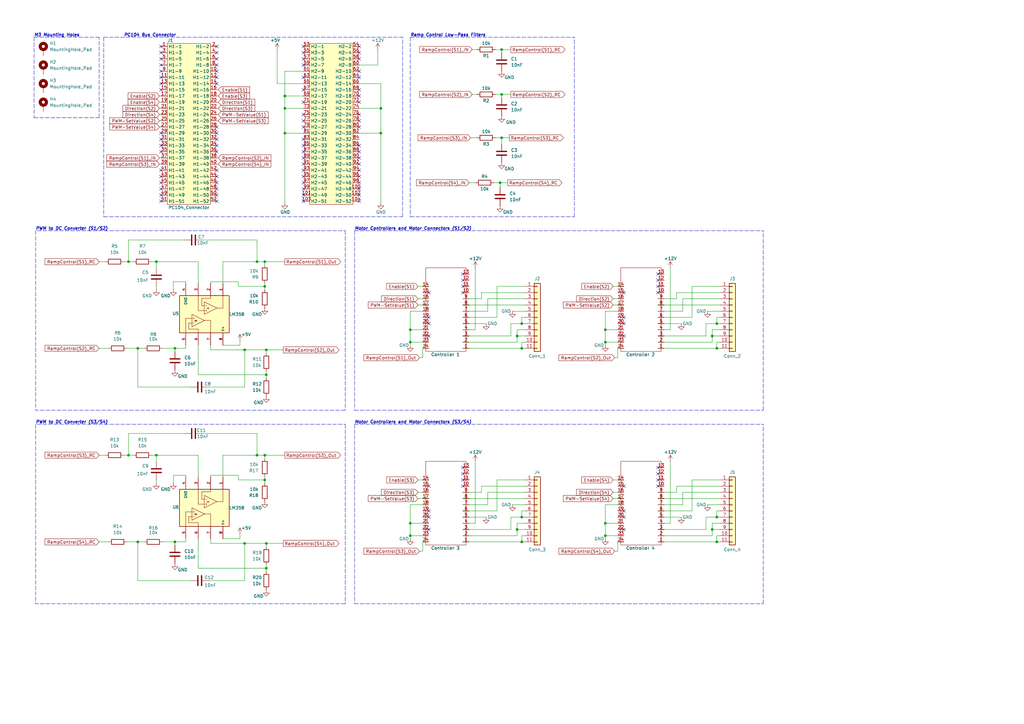
<source format=kicad_sch>
(kicad_sch (version 20211123) (generator eeschema)
  (paper "A3")
  (junction (at 213.995 222.25))
  (junction (at 294.005 132.715))
  (junction (at 105.41 186.69))
  (junction (at 109.22 222.885))
  (junction (at 292.1 137.795))
  (junction (at 52.705 186.69))
  (junction (at 71.755 222.25))
  (junction (at 248.285 140.335))
  (junction (at 108.585 186.69))
  (junction (at 109.22 153.67))
  (junction (at 212.09 217.17))
  (junction (at 56.515 222.25))
  (junction (at 248.285 214.63))
  (junction (at 108.585 107.315))
  (junction (at 205.105 74.93))
  (junction (at 64.135 186.69))
  (junction (at 292.1 217.17))
  (junction (at 156.21 54.61))
  (junction (at 205.74 56.515))
  (junction (at 213.995 132.715))
  (junction (at 116.84 39.37))
  (junction (at 168.275 214.63))
  (junction (at 248.285 135.255))
  (junction (at 100.33 222.885))
  (junction (at 168.275 219.71))
  (junction (at 213.995 212.09))
  (junction (at 109.22 233.045))
  (junction (at 213.995 142.875))
  (junction (at 116.84 54.61))
  (junction (at 52.705 107.315))
  (junction (at 294.005 222.25))
  (junction (at 294.005 142.875))
  (junction (at 168.275 140.335))
  (junction (at 109.22 143.51))
  (junction (at 294.005 212.09))
  (junction (at 168.275 135.255))
  (junction (at 108.585 196.85))
  (junction (at 100.33 143.51))
  (junction (at 56.515 142.875))
  (junction (at 105.41 107.315))
  (junction (at 64.135 107.315))
  (junction (at 156.21 44.45))
  (junction (at 108.585 117.475))
  (junction (at 212.09 137.795))
  (junction (at 248.285 219.71))
  (junction (at 71.755 142.875))
  (junction (at 205.74 20.32))
  (junction (at 116.84 44.45))
  (junction (at 205.74 38.735))
  (no_connect (at 66.04 54.61))
  (no_connect (at 175.895 130.175))
  (no_connect (at 175.895 199.39))
  (no_connect (at 255.905 130.175))
  (no_connect (at 147.32 49.53))
  (no_connect (at 66.04 36.83))
  (no_connect (at 175.895 212.09))
  (no_connect (at 88.9 34.29))
  (no_connect (at 66.04 59.69))
  (no_connect (at 255.905 217.17))
  (no_connect (at 66.04 29.21))
  (no_connect (at 66.04 19.05))
  (no_connect (at 66.04 21.59))
  (no_connect (at 66.04 24.13))
  (no_connect (at 66.04 26.67))
  (no_connect (at 66.04 69.85))
  (no_connect (at 66.04 72.39))
  (no_connect (at 66.04 74.93))
  (no_connect (at 66.04 77.47))
  (no_connect (at 66.04 80.01))
  (no_connect (at 66.04 82.55))
  (no_connect (at 88.9 82.55))
  (no_connect (at 88.9 80.01))
  (no_connect (at 88.9 77.47))
  (no_connect (at 88.9 74.93))
  (no_connect (at 88.9 72.39))
  (no_connect (at 88.9 69.85))
  (no_connect (at 88.9 57.15))
  (no_connect (at 88.9 19.05))
  (no_connect (at 88.9 21.59))
  (no_connect (at 88.9 24.13))
  (no_connect (at 88.9 26.67))
  (no_connect (at 124.46 31.75))
  (no_connect (at 124.46 19.05))
  (no_connect (at 124.46 21.59))
  (no_connect (at 124.46 24.13))
  (no_connect (at 124.46 26.67))
  (no_connect (at 124.46 36.83))
  (no_connect (at 124.46 49.53))
  (no_connect (at 124.46 57.15))
  (no_connect (at 124.46 59.69))
  (no_connect (at 124.46 62.23))
  (no_connect (at 124.46 64.77))
  (no_connect (at 124.46 67.31))
  (no_connect (at 124.46 69.85))
  (no_connect (at 124.46 72.39))
  (no_connect (at 124.46 74.93))
  (no_connect (at 124.46 77.47))
  (no_connect (at 124.46 80.01))
  (no_connect (at 124.46 82.55))
  (no_connect (at 147.32 82.55))
  (no_connect (at 147.32 80.01))
  (no_connect (at 147.32 77.47))
  (no_connect (at 147.32 74.93))
  (no_connect (at 147.32 72.39))
  (no_connect (at 147.32 69.85))
  (no_connect (at 147.32 67.31))
  (no_connect (at 147.32 64.77))
  (no_connect (at 147.32 62.23))
  (no_connect (at 147.32 59.69))
  (no_connect (at 147.32 52.07))
  (no_connect (at 66.04 31.75))
  (no_connect (at 175.895 132.715))
  (no_connect (at 189.865 196.85))
  (no_connect (at 175.895 209.55))
  (no_connect (at 175.895 120.015))
  (no_connect (at 269.875 196.85))
  (no_connect (at 175.895 137.795))
  (no_connect (at 175.895 217.17))
  (no_connect (at 189.865 191.77))
  (no_connect (at 255.905 209.55))
  (no_connect (at 66.04 57.15))
  (no_connect (at 189.865 120.015))
  (no_connect (at 189.865 112.395))
  (no_connect (at 189.865 117.475))
  (no_connect (at 255.905 137.795))
  (no_connect (at 88.9 54.61))
  (no_connect (at 255.905 120.015))
  (no_connect (at 88.9 31.75))
  (no_connect (at 124.46 52.07))
  (no_connect (at 189.865 199.39))
  (no_connect (at 88.9 52.07))
  (no_connect (at 88.9 62.23))
  (no_connect (at 269.875 194.31))
  (no_connect (at 124.46 41.91))
  (no_connect (at 124.46 46.99))
  (no_connect (at 269.875 120.015))
  (no_connect (at 88.9 59.69))
  (no_connect (at 255.905 199.39))
  (no_connect (at 88.9 29.21))
  (no_connect (at 269.875 191.77))
  (no_connect (at 269.875 199.39))
  (no_connect (at 269.875 117.475))
  (no_connect (at 269.875 114.935))
  (no_connect (at 66.04 34.29))
  (no_connect (at 255.905 132.715))
  (no_connect (at 189.865 114.935))
  (no_connect (at 66.04 62.23))
  (no_connect (at 269.875 112.395))
  (no_connect (at 189.865 194.31))
  (no_connect (at 255.905 212.09))
  (no_connect (at 147.32 29.21))
  (no_connect (at 147.32 19.05))
  (no_connect (at 147.32 21.59))
  (no_connect (at 147.32 24.13))
  (no_connect (at 147.32 46.99))
  (no_connect (at 147.32 41.91))
  (no_connect (at 147.32 39.37))
  (no_connect (at 147.32 36.83))
  (no_connect (at 147.32 31.75))
  (wire (pts (xy 215.265 207.01) (xy 210.185 207.01)))
  (wire (pts (xy 65.405 67.31) (xy 66.04 67.31)))
  (wire (pts (xy 280.035 127.635) (xy 269.875 127.635)))
  (wire (pts (xy 203.835 130.175) (xy 189.865 130.175)))
  (wire (pts (xy 248.285 207.01) (xy 248.285 214.63)))
  (wire (pts (xy 109.22 233.045) (xy 109.22 234.315)))
  (wire (pts (xy 212.09 140.335) (xy 212.09 137.795)))
  (wire (pts (xy 280.035 201.93) (xy 280.035 207.01)))
  (wire (pts (xy 64.135 118.745) (xy 64.135 117.475)))
  (wire (pts (xy 89.535 41.91) (xy 88.9 41.91)))
  (wire (pts (xy 213.995 130.175) (xy 213.995 132.715)))
  (wire (pts (xy 292.1 217.17) (xy 295.275 217.17)))
  (wire (pts (xy 98.425 139.7) (xy 98.425 141.605)))
  (wire (pts (xy 64.135 107.315) (xy 64.135 109.855)))
  (wire (pts (xy 213.995 140.335) (xy 213.995 142.875)))
  (wire (pts (xy 52.07 142.875) (xy 56.515 142.875)))
  (wire (pts (xy 295.275 207.01) (xy 290.195 207.01)))
  (wire (pts (xy 205.74 56.515) (xy 205.74 59.055)))
  (wire (pts (xy 175.895 214.63) (xy 168.275 214.63)))
  (wire (pts (xy 171.45 125.095) (xy 175.895 125.095)))
  (wire (pts (xy 197.485 201.93) (xy 189.865 201.93)))
  (wire (pts (xy 81.28 220.98) (xy 81.28 233.045)))
  (wire (pts (xy 200.025 122.555) (xy 200.025 127.635)))
  (wire (pts (xy 212.09 217.17) (xy 212.09 214.63)))
  (wire (pts (xy 295.275 204.47) (xy 269.875 204.47)))
  (wire (pts (xy 248.285 135.255) (xy 248.285 140.335)))
  (wire (pts (xy 215.265 140.335) (xy 213.995 140.335)))
  (wire (pts (xy 292.1 214.63) (xy 295.275 214.63)))
  (wire (pts (xy 171.45 117.475) (xy 175.895 117.475)))
  (wire (pts (xy 215.265 130.175) (xy 213.995 130.175)))
  (wire (pts (xy 294.005 212.09) (xy 289.56 212.09)))
  (wire (pts (xy 91.44 141.605) (xy 98.425 141.605)))
  (wire (pts (xy 205.74 56.515) (xy 208.915 56.515)))
  (polyline (pts (xy 42.545 15.24) (xy 42.545 88.9)))
  (wire (pts (xy 294.005 212.09) (xy 295.275 212.09)))
  (polyline (pts (xy 141.605 247.65) (xy 14.605 247.65)))
  (wire (pts (xy 124.46 34.29) (xy 113.665 34.29)))
  (wire (pts (xy 213.995 219.71) (xy 213.995 222.25)))
  (polyline (pts (xy 168.275 88.9) (xy 235.585 88.9)))
  (polyline (pts (xy 145.415 168.275) (xy 313.055 168.275)))
  (wire (pts (xy 83.185 177.8) (xy 105.41 177.8)))
  (wire (pts (xy 279.4 212.09) (xy 269.875 212.09)))
  (wire (pts (xy 168.275 214.63) (xy 168.275 219.71)))
  (wire (pts (xy 203.835 209.55) (xy 189.865 209.55)))
  (wire (pts (xy 85.725 238.125) (xy 100.33 238.125)))
  (wire (pts (xy 173.355 146.685) (xy 173.355 142.875)))
  (wire (pts (xy 65.405 46.99) (xy 66.04 46.99)))
  (wire (pts (xy 213.995 209.55) (xy 213.995 212.09)))
  (wire (pts (xy 280.035 122.555) (xy 280.035 127.635)))
  (wire (pts (xy 66.675 142.875) (xy 71.755 142.875)))
  (wire (pts (xy 108.585 117.475) (xy 97.79 117.475)))
  (wire (pts (xy 194.945 135.255) (xy 189.865 135.255)))
  (wire (pts (xy 71.755 142.875) (xy 76.2 142.875)))
  (wire (pts (xy 283.845 196.85) (xy 283.845 209.55)))
  (wire (pts (xy 205.74 38.735) (xy 209.55 38.735)))
  (wire (pts (xy 215.265 201.93) (xy 200.025 201.93)))
  (wire (pts (xy 97.79 196.85) (xy 97.79 194.945)))
  (wire (pts (xy 212.09 137.795) (xy 215.265 137.795)))
  (wire (pts (xy 212.09 217.17) (xy 215.265 217.17)))
  (wire (pts (xy 212.09 219.71) (xy 212.09 217.17)))
  (wire (pts (xy 65.405 44.45) (xy 66.04 44.45)))
  (wire (pts (xy 171.45 201.93) (xy 175.895 201.93)))
  (wire (pts (xy 292.1 137.795) (xy 292.1 135.255)))
  (wire (pts (xy 251.46 201.93) (xy 255.905 201.93)))
  (wire (pts (xy 91.44 186.69) (xy 91.44 195.58)))
  (wire (pts (xy 294.005 209.55) (xy 294.005 212.09)))
  (wire (pts (xy 283.845 130.175) (xy 269.875 130.175)))
  (wire (pts (xy 147.32 54.61) (xy 156.21 54.61)))
  (wire (pts (xy 292.1 217.17) (xy 292.1 214.63)))
  (wire (pts (xy 76.2 141.605) (xy 76.2 142.875)))
  (wire (pts (xy 252.095 226.06) (xy 253.365 226.06)))
  (wire (pts (xy 199.39 132.715) (xy 189.865 132.715)))
  (wire (pts (xy 252.095 146.685) (xy 253.365 146.685)))
  (wire (pts (xy 213.995 132.715) (xy 215.265 132.715)))
  (wire (pts (xy 56.515 222.25) (xy 59.055 222.25)))
  (wire (pts (xy 173.355 142.875) (xy 175.895 142.875)))
  (wire (pts (xy 56.515 238.125) (xy 78.105 238.125)))
  (wire (pts (xy 71.12 194.945) (xy 76.2 194.945)))
  (wire (pts (xy 279.4 132.715) (xy 269.875 132.715)))
  (wire (pts (xy 269.875 142.875) (xy 294.005 142.875)))
  (wire (pts (xy 81.28 233.045) (xy 109.22 233.045)))
  (wire (pts (xy 97.79 117.475) (xy 97.79 115.57)))
  (wire (pts (xy 40.64 107.315) (xy 43.18 107.315)))
  (wire (pts (xy 189.865 217.17) (xy 209.55 217.17)))
  (wire (pts (xy 251.46 204.47) (xy 255.905 204.47)))
  (wire (pts (xy 294.005 132.715) (xy 289.56 132.715)))
  (wire (pts (xy 193.04 56.515) (xy 195.58 56.515)))
  (wire (pts (xy 205.74 20.32) (xy 209.55 20.32)))
  (wire (pts (xy 108.585 107.315) (xy 108.585 108.585)))
  (polyline (pts (xy 14.605 94.615) (xy 14.605 168.275)))
  (wire (pts (xy 205.105 74.93) (xy 208.28 74.93)))
  (wire (pts (xy 76.2 220.98) (xy 76.2 222.25)))
  (wire (pts (xy 194.945 189.23) (xy 194.945 214.63)))
  (wire (pts (xy 56.515 142.875) (xy 56.515 158.75)))
  (polyline (pts (xy 15.24 94.615) (xy 141.605 94.615)))
  (wire (pts (xy 100.33 143.51) (xy 109.22 143.51)))
  (wire (pts (xy 248.285 219.71) (xy 255.905 219.71)))
  (wire (pts (xy 215.265 219.71) (xy 213.995 219.71)))
  (wire (pts (xy 295.275 196.85) (xy 283.845 196.85)))
  (wire (pts (xy 277.495 120.015) (xy 277.495 122.555)))
  (wire (pts (xy 215.265 125.095) (xy 189.865 125.095)))
  (wire (pts (xy 52.705 186.69) (xy 54.61 186.69)))
  (wire (pts (xy 86.36 222.885) (xy 100.33 222.885)))
  (wire (pts (xy 295.275 199.39) (xy 277.495 199.39)))
  (wire (pts (xy 269.875 137.795) (xy 289.56 137.795)))
  (wire (pts (xy 197.485 122.555) (xy 189.865 122.555)))
  (polyline (pts (xy 13.97 15.24) (xy 13.97 48.26)))
  (wire (pts (xy 100.33 222.885) (xy 109.22 222.885)))
  (wire (pts (xy 113.665 34.29) (xy 113.665 20.32)))
  (wire (pts (xy 193.675 38.735) (xy 195.58 38.735)))
  (wire (pts (xy 109.22 222.885) (xy 116.205 222.885)))
  (wire (pts (xy 292.1 137.795) (xy 295.275 137.795)))
  (wire (pts (xy 109.22 152.4) (xy 109.22 153.67)))
  (wire (pts (xy 116.84 39.37) (xy 116.84 29.21)))
  (wire (pts (xy 56.515 222.25) (xy 56.515 238.125)))
  (wire (pts (xy 248.285 127.635) (xy 255.905 127.635)))
  (wire (pts (xy 215.265 199.39) (xy 197.485 199.39)))
  (wire (pts (xy 64.135 186.69) (xy 81.28 186.69)))
  (wire (pts (xy 292.1 140.335) (xy 292.1 137.795)))
  (wire (pts (xy 52.705 107.315) (xy 54.61 107.315)))
  (wire (pts (xy 116.84 44.45) (xy 116.84 39.37)))
  (wire (pts (xy 294.005 222.25) (xy 295.275 222.25)))
  (wire (pts (xy 277.495 122.555) (xy 269.875 122.555)))
  (wire (pts (xy 294.005 219.71) (xy 294.005 222.25)))
  (wire (pts (xy 65.405 41.91) (xy 66.04 41.91)))
  (wire (pts (xy 76.2 195.58) (xy 76.2 194.945)))
  (polyline (pts (xy 42.545 88.9) (xy 165.1 88.9)))
  (wire (pts (xy 251.46 196.85) (xy 255.905 196.85)))
  (polyline (pts (xy 235.585 88.9) (xy 235.585 15.24)))
  (wire (pts (xy 295.275 209.55) (xy 294.005 209.55)))
  (wire (pts (xy 215.265 204.47) (xy 189.865 204.47)))
  (wire (pts (xy 194.945 109.855) (xy 194.945 135.255)))
  (wire (pts (xy 194.945 214.63) (xy 189.865 214.63)))
  (polyline (pts (xy 40.64 48.26) (xy 40.64 15.24)))
  (wire (pts (xy 168.275 219.71) (xy 175.895 219.71)))
  (wire (pts (xy 289.56 132.715) (xy 289.56 137.795)))
  (wire (pts (xy 248.285 140.335) (xy 255.905 140.335)))
  (wire (pts (xy 86.36 116.205) (xy 86.36 115.57)))
  (wire (pts (xy 213.995 132.715) (xy 209.55 132.715)))
  (wire (pts (xy 199.39 212.09) (xy 189.865 212.09)))
  (wire (pts (xy 40.64 186.69) (xy 43.18 186.69)))
  (wire (pts (xy 171.45 122.555) (xy 175.895 122.555)))
  (wire (pts (xy 215.265 122.555) (xy 200.025 122.555)))
  (polyline (pts (xy 15.24 173.99) (xy 141.605 173.99)))
  (wire (pts (xy 255.905 135.255) (xy 248.285 135.255)))
  (wire (pts (xy 294.005 132.715) (xy 295.275 132.715)))
  (polyline (pts (xy 145.415 94.615) (xy 145.415 168.275)))
  (wire (pts (xy 81.28 153.67) (xy 109.22 153.67)))
  (wire (pts (xy 294.005 140.335) (xy 294.005 142.875)))
  (wire (pts (xy 105.41 107.315) (xy 108.585 107.315)))
  (wire (pts (xy 215.265 117.475) (xy 203.835 117.475)))
  (wire (pts (xy 64.135 107.315) (xy 81.28 107.315)))
  (wire (pts (xy 147.32 26.67) (xy 154.94 26.67)))
  (wire (pts (xy 274.955 109.855) (xy 274.955 135.255)))
  (wire (pts (xy 269.875 219.71) (xy 292.1 219.71)))
  (wire (pts (xy 71.12 115.57) (xy 76.2 115.57)))
  (wire (pts (xy 108.585 186.69) (xy 108.585 187.96)))
  (polyline (pts (xy 168.275 15.24) (xy 235.585 15.24)))
  (wire (pts (xy 175.895 135.255) (xy 168.275 135.255)))
  (wire (pts (xy 86.36 143.51) (xy 100.33 143.51)))
  (wire (pts (xy 205.74 38.735) (xy 205.74 40.005)))
  (wire (pts (xy 215.265 196.85) (xy 203.835 196.85)))
  (wire (pts (xy 65.405 39.37) (xy 66.04 39.37)))
  (wire (pts (xy 253.365 146.685) (xy 253.365 142.875)))
  (wire (pts (xy 56.515 142.875) (xy 59.055 142.875)))
  (wire (pts (xy 91.44 107.315) (xy 105.41 107.315)))
  (wire (pts (xy 156.21 44.45) (xy 156.21 34.29)))
  (wire (pts (xy 108.585 196.85) (xy 97.79 196.85)))
  (wire (pts (xy 289.56 212.09) (xy 289.56 217.17)))
  (wire (pts (xy 277.495 201.93) (xy 269.875 201.93)))
  (polyline (pts (xy 141.605 94.615) (xy 141.605 168.275)))
  (wire (pts (xy 172.085 226.06) (xy 173.355 226.06)))
  (wire (pts (xy 253.365 142.875) (xy 255.905 142.875)))
  (wire (pts (xy 108.585 117.475) (xy 108.585 118.745)))
  (wire (pts (xy 255.905 214.63) (xy 248.285 214.63)))
  (wire (pts (xy 203.2 20.32) (xy 205.74 20.32)))
  (wire (pts (xy 215.265 120.015) (xy 197.485 120.015)))
  (wire (pts (xy 203.2 38.735) (xy 205.74 38.735)))
  (wire (pts (xy 52.07 222.25) (xy 56.515 222.25)))
  (wire (pts (xy 248.285 214.63) (xy 248.285 219.71)))
  (wire (pts (xy 109.22 231.775) (xy 109.22 233.045)))
  (wire (pts (xy 294.005 130.175) (xy 294.005 132.715)))
  (wire (pts (xy 197.485 199.39) (xy 197.485 201.93)))
  (wire (pts (xy 248.285 127.635) (xy 248.285 135.255)))
  (wire (pts (xy 56.515 158.75) (xy 78.105 158.75)))
  (wire (pts (xy 292.1 135.255) (xy 295.275 135.255)))
  (wire (pts (xy 295.275 117.475) (xy 283.845 117.475)))
  (wire (pts (xy 89.535 67.31) (xy 88.9 67.31)))
  (wire (pts (xy 294.005 142.875) (xy 295.275 142.875)))
  (wire (pts (xy 189.865 140.335) (xy 212.09 140.335)))
  (wire (pts (xy 71.755 222.25) (xy 71.755 223.52)))
  (wire (pts (xy 251.46 125.095) (xy 255.905 125.095)))
  (wire (pts (xy 168.275 127.635) (xy 168.275 135.255)))
  (wire (pts (xy 147.32 44.45) (xy 156.21 44.45)))
  (polyline (pts (xy 141.605 173.99) (xy 141.605 247.65)))
  (wire (pts (xy 193.675 20.32) (xy 195.58 20.32)))
  (wire (pts (xy 108.585 196.85) (xy 108.585 198.12)))
  (wire (pts (xy 189.865 222.25) (xy 213.995 222.25)))
  (wire (pts (xy 292.1 219.71) (xy 292.1 217.17)))
  (polyline (pts (xy 14.605 173.99) (xy 14.605 247.65)))
  (wire (pts (xy 295.275 120.015) (xy 277.495 120.015)))
  (wire (pts (xy 156.21 54.61) (xy 156.21 44.45)))
  (wire (pts (xy 97.79 115.57) (xy 86.36 115.57)))
  (wire (pts (xy 200.025 207.01) (xy 189.865 207.01)))
  (wire (pts (xy 209.55 132.715) (xy 209.55 137.795)))
  (wire (pts (xy 209.55 212.09) (xy 209.55 217.17)))
  (wire (pts (xy 251.46 117.475) (xy 255.905 117.475)))
  (wire (pts (xy 91.44 220.98) (xy 98.425 220.98)))
  (wire (pts (xy 71.755 142.875) (xy 71.755 144.145)))
  (wire (pts (xy 100.33 158.75) (xy 100.33 143.51)))
  (wire (pts (xy 76.2 116.205) (xy 76.2 115.57)))
  (wire (pts (xy 269.875 222.25) (xy 294.005 222.25)))
  (wire (pts (xy 168.275 135.255) (xy 168.275 140.335)))
  (wire (pts (xy 83.185 98.425) (xy 105.41 98.425)))
  (wire (pts (xy 116.84 29.21) (xy 124.46 29.21)))
  (wire (pts (xy 251.46 122.555) (xy 255.905 122.555)))
  (polyline (pts (xy 145.415 94.615) (xy 313.055 94.615)))
  (wire (pts (xy 65.405 52.07) (xy 66.04 52.07)))
  (wire (pts (xy 62.23 107.315) (xy 64.135 107.315)))
  (wire (pts (xy 213.995 212.09) (xy 209.55 212.09)))
  (polyline (pts (xy 145.415 173.99) (xy 145.415 247.65)))
  (wire (pts (xy 81.28 107.315) (xy 81.28 116.205)))
  (wire (pts (xy 295.275 130.175) (xy 294.005 130.175)))
  (polyline (pts (xy 13.97 48.26) (xy 40.64 48.26)))
  (wire (pts (xy 203.2 56.515) (xy 205.74 56.515)))
  (wire (pts (xy 85.725 158.75) (xy 100.33 158.75)))
  (wire (pts (xy 274.955 135.255) (xy 269.875 135.255)))
  (wire (pts (xy 71.755 222.25) (xy 76.2 222.25)))
  (wire (pts (xy 212.09 137.795) (xy 212.09 135.255)))
  (polyline (pts (xy 141.605 168.275) (xy 14.605 168.275)))
  (polyline (pts (xy 168.275 15.24) (xy 168.275 88.9)))
  (wire (pts (xy 100.33 238.125) (xy 100.33 222.885)))
  (wire (pts (xy 109.22 153.67) (xy 109.22 154.94)))
  (polyline (pts (xy 313.055 247.65) (xy 313.055 173.99)))
  (wire (pts (xy 205.105 74.93) (xy 205.105 76.835)))
  (wire (pts (xy 215.265 209.55) (xy 213.995 209.55)))
  (wire (pts (xy 116.84 44.45) (xy 124.46 44.45)))
  (wire (pts (xy 89.535 46.99) (xy 88.9 46.99)))
  (wire (pts (xy 109.22 143.51) (xy 116.205 143.51)))
  (wire (pts (xy 65.405 49.53) (xy 66.04 49.53)))
  (wire (pts (xy 75.565 98.425) (xy 52.705 98.425)))
  (wire (pts (xy 91.44 107.315) (xy 91.44 116.205)))
  (wire (pts (xy 154.94 26.67) (xy 154.94 20.32)))
  (wire (pts (xy 168.275 127.635) (xy 175.895 127.635)))
  (wire (pts (xy 253.365 222.25) (xy 255.905 222.25)))
  (polyline (pts (xy 313.055 168.275) (xy 313.055 94.615)))
  (wire (pts (xy 168.275 207.01) (xy 175.895 207.01)))
  (wire (pts (xy 108.585 186.69) (xy 116.84 186.69)))
  (wire (pts (xy 116.84 54.61) (xy 124.46 54.61)))
  (wire (pts (xy 205.74 20.32) (xy 205.74 21.59)))
  (polyline (pts (xy 145.415 247.65) (xy 313.055 247.65)))
  (wire (pts (xy 116.84 54.61) (xy 116.84 44.45)))
  (wire (pts (xy 171.45 196.85) (xy 175.895 196.85)))
  (wire (pts (xy 280.035 207.01) (xy 269.875 207.01)))
  (wire (pts (xy 213.995 222.25) (xy 215.265 222.25)))
  (wire (pts (xy 105.41 98.425) (xy 105.41 107.315)))
  (wire (pts (xy 65.405 64.77) (xy 66.04 64.77)))
  (wire (pts (xy 71.12 115.57) (xy 71.12 118.745)))
  (wire (pts (xy 89.535 49.53) (xy 88.9 49.53)))
  (wire (pts (xy 253.365 226.06) (xy 253.365 222.25)))
  (wire (pts (xy 248.285 207.01) (xy 255.905 207.01)))
  (wire (pts (xy 98.425 219.075) (xy 98.425 220.98)))
  (wire (pts (xy 91.44 186.69) (xy 105.41 186.69)))
  (wire (pts (xy 189.865 219.71) (xy 212.09 219.71)))
  (wire (pts (xy 64.135 186.69) (xy 64.135 189.23)))
  (wire (pts (xy 71.12 194.945) (xy 71.12 198.12)))
  (wire (pts (xy 64.135 198.12) (xy 64.135 196.85)))
  (wire (pts (xy 81.28 186.69) (xy 81.28 195.58)))
  (wire (pts (xy 274.955 214.63) (xy 269.875 214.63)))
  (wire (pts (xy 86.36 141.605) (xy 86.36 143.51)))
  (wire (pts (xy 168.275 140.335) (xy 175.895 140.335)))
  (wire (pts (xy 215.265 127.635) (xy 210.185 127.635)))
  (wire (pts (xy 81.28 141.605) (xy 81.28 153.67)))
  (wire (pts (xy 116.84 83.185) (xy 116.84 54.61)))
  (polyline (pts (xy 145.415 173.99) (xy 313.055 173.99)))
  (wire (pts (xy 171.45 204.47) (xy 175.895 204.47)))
  (wire (pts (xy 86.36 220.98) (xy 86.36 222.885)))
  (wire (pts (xy 200.025 201.93) (xy 200.025 207.01)))
  (wire (pts (xy 197.485 120.015) (xy 197.485 122.555)))
  (wire (pts (xy 212.09 214.63) (xy 215.265 214.63)))
  (wire (pts (xy 173.355 222.25) (xy 175.895 222.25)))
  (wire (pts (xy 203.835 196.85) (xy 203.835 209.55)))
  (wire (pts (xy 89.535 44.45) (xy 88.9 44.45)))
  (wire (pts (xy 200.025 127.635) (xy 189.865 127.635)))
  (wire (pts (xy 105.41 186.69) (xy 108.585 186.69)))
  (wire (pts (xy 173.355 226.06) (xy 173.355 222.25)))
  (wire (pts (xy 75.565 177.8) (xy 52.705 177.8)))
  (wire (pts (xy 192.405 74.93) (xy 194.945 74.93)))
  (wire (pts (xy 295.275 122.555) (xy 280.035 122.555)))
  (wire (pts (xy 248.285 219.71) (xy 248.285 220.98)))
  (wire (pts (xy 62.23 186.69) (xy 64.135 186.69)))
  (wire (pts (xy 156.21 34.29) (xy 147.32 34.29)))
  (wire (pts (xy 189.865 142.875) (xy 213.995 142.875)))
  (wire (pts (xy 108.585 195.58) (xy 108.585 196.85)))
  (wire (pts (xy 156.21 83.185) (xy 156.21 54.61)))
  (wire (pts (xy 40.64 222.25) (xy 44.45 222.25)))
  (wire (pts (xy 168.275 140.335) (xy 168.275 141.605)))
  (wire (pts (xy 86.36 195.58) (xy 86.36 194.945)))
  (wire (pts (xy 248.285 140.335) (xy 248.285 141.605)))
  (wire (pts (xy 97.79 194.945) (xy 86.36 194.945)))
  (wire (pts (xy 295.275 140.335) (xy 294.005 140.335)))
  (wire (pts (xy 52.705 98.425) (xy 52.705 107.315)))
  (wire (pts (xy 295.275 127.635) (xy 290.195 127.635)))
  (wire (pts (xy 212.09 135.255) (xy 215.265 135.255)))
  (wire (pts (xy 189.865 137.795) (xy 209.55 137.795)))
  (wire (pts (xy 66.675 222.25) (xy 71.755 222.25)))
  (wire (pts (xy 213.995 212.09) (xy 215.265 212.09)))
  (wire (pts (xy 295.275 125.095) (xy 269.875 125.095)))
  (wire (pts (xy 277.495 199.39) (xy 277.495 201.93)))
  (polyline (pts (xy 42.545 15.24) (xy 165.1 15.24)))
  (polyline (pts (xy 165.1 88.9) (xy 165.1 15.24)))
  (wire (pts (xy 213.995 142.875) (xy 215.265 142.875)))
  (wire (pts (xy 105.41 177.8) (xy 105.41 186.69)))
  (wire (pts (xy 168.275 207.01) (xy 168.275 214.63)))
  (wire (pts (xy 274.955 189.23) (xy 274.955 214.63)))
  (wire (pts (xy 109.22 143.51) (xy 109.22 144.78)))
  (wire (pts (xy 40.64 142.875) (xy 44.45 142.875)))
  (wire (pts (xy 269.875 140.335) (xy 292.1 140.335)))
  (polyline (pts (xy 13.97 15.24) (xy 40.64 15.24)))
  (wire (pts (xy 89.535 39.37) (xy 88.9 39.37)))
  (wire (pts (xy 109.22 222.885) (xy 109.22 224.155)))
  (wire (pts (xy 108.585 116.205) (xy 108.585 117.475)))
  (wire (pts (xy 52.705 177.8) (xy 52.705 186.69)))
  (wire (pts (xy 283.845 117.475) (xy 283.845 130.175)))
  (wire (pts (xy 202.565 74.93) (xy 205.105 74.93)))
  (wire (pts (xy 295.275 219.71) (xy 294.005 219.71)))
  (wire (pts (xy 203.835 117.475) (xy 203.835 130.175)))
  (wire (pts (xy 89.535 64.77) (xy 88.9 64.77)))
  (wire (pts (xy 108.585 107.315) (xy 116.84 107.315)))
  (wire (pts (xy 89.535 36.83) (xy 88.9 36.83)))
  (wire (pts (xy 116.84 39.37) (xy 124.46 39.37)))
  (wire (pts (xy 168.275 219.71) (xy 168.275 220.98)))
  (wire (pts (xy 269.875 217.17) (xy 289.56 217.17)))
  (wire (pts (xy 50.8 107.315) (xy 52.705 107.315)))
  (wire (pts (xy 295.275 201.93) (xy 280.035 201.93)))
  (wire (pts (xy 50.8 186.69) (xy 52.705 186.69)))
  (wire (pts (xy 172.085 146.685) (xy 173.355 146.685)))
  (wire (pts (xy 283.845 209.55) (xy 269.875 209.55)))
  (text "Motor Controllers and Motor Connectors (S3/S4)\n" (at 145.415 173.99 0) (effects (font (size 1.27 1.27) (thickness 0.254) bold italic) (justify left bottom)))
  (text "M3 Mounting Holes\n" (at 13.97 15.24 0) (effects (font (size 1.27 1.27) (thickness 0.254) bold italic) (justify left bottom)))
  (text "PWM to DC Converter (S3/S4)" (at 14.605 173.99 0) (effects (font (size 1.27 1.27) (thickness 0.254) bold italic) (justify left bottom)))
  (text "Motor Controllers and Motor Connectors (S1/S2)\n" (at 145.415 94.615 0) (effects (font (size 1.27 1.27) (thickness 0.254) bold italic) (justify left bottom)))
  (text "PC104 Bus Connector" (at 50.8 15.24 0) (effects (font (size 1.27 1.27) (thickness 0.254) bold italic) (justify left bottom)))
  (text "Ramp Control Low-Pass Filters" (at 168.275 15.24 0) (effects (font (size 1.27 1.27) (thickness 0.254) bold italic) (justify left bottom)))
  (text "PWM to DC Converter (S1/S2)" (at 14.605 94.615 0) (effects (font (size 1.27 1.27) (thickness 0.254) bold italic) (justify left bottom)))
  (global_label "Direction(S1)" (shape input) (at 171.45 122.555 180) (property "Intersheet References" "${INTERSHEET_REFS}" (effects hide)))
  (global_label "Direction(S2)" (shape input) (at 251.46 122.555 180) (property "Intersheet References" "${INTERSHEET_REFS}" (effects hide)))
  (global_label "Enable(S4)" (shape input) (at 251.46 196.85 180) (property "Intersheet References" "${INTERSHEET_REFS}" (effects hide)))
  (global_label "RampControl(S4)_Out" (shape input) (at 252.095 226.06 180) (property "Intersheet References" "${INTERSHEET_REFS}" (effects hide)))
  (global_label "RampControl(S1)_IN" (shape input) (at 193.675 20.32 180) (property "Intersheet References" "${INTERSHEET_REFS}" (effects hide)))
  (global_label "PWM-SetValue(S1)" (shape input) (at 89.535 46.99 0) (property "Intersheet References" "${INTERSHEET_REFS}" (effects hide)))
  (global_label "Enable(S1)" (shape input) (at 89.535 36.83 0) (property "Intersheet References" "${INTERSHEET_REFS}" (effects hide)))
  (global_label "RampControl(S4)_RC" (shape input) (at 40.64 222.25 180) (property "Intersheet References" "${INTERSHEET_REFS}" (effects hide)))
  (global_label "RampControl(S1)_IN" (shape input) (at 65.405 64.77 180) (property "Intersheet References" "${INTERSHEET_REFS}" (effects hide)))
  (global_label "PWM-SetValue(S4)" (shape input) (at 251.46 204.47 180) (property "Intersheet References" "${INTERSHEET_REFS}" (effects hide)))
  (global_label "Direction(S1)" (shape input) (at 89.535 41.91 0) (property "Intersheet References" "${INTERSHEET_REFS}" (effects hide)))
  (global_label "RampControl(S4)_IN" (shape input) (at 89.535 67.31 0) (property "Intersheet References" "${INTERSHEET_REFS}" (effects hide)))
  (global_label "Enable(S2)" (shape input) (at 251.46 117.475 180) (property "Intersheet References" "${INTERSHEET_REFS}" (effects hide)))
  (global_label "RampControl(S3)_RC" (shape output) (at 208.915 56.515 0) (property "Intersheet References" "${INTERSHEET_REFS}" (effects hide)))
  (global_label "RampControl(S2)_Out" (shape output) (at 116.205 143.51 0) (property "Intersheet References" "${INTERSHEET_REFS}" (effects hide)))
  (global_label "RampControl(S2)_Out" (shape input) (at 252.095 146.685 180) (property "Intersheet References" "${INTERSHEET_REFS}" (effects hide)))
  (global_label "Direction(S4)" (shape input) (at 251.46 201.93 180) (property "Intersheet References" "${INTERSHEET_REFS}" (effects hide)))
  (global_label "RampControl(S4)_Out" (shape output) (at 116.205 222.885 0) (property "Intersheet References" "${INTERSHEET_REFS}" (effects hide)))
  (global_label "Enable(S3)" (shape input) (at 171.45 196.85 180) (property "Intersheet References" "${INTERSHEET_REFS}" (effects hide)))
  (global_label "RampControl(S4)_IN" (shape input) (at 192.405 74.93 180) (property "Intersheet References" "${INTERSHEET_REFS}" (effects hide)))
  (global_label "PWM-SetValue(S4)" (shape input) (at 65.405 52.07 180) (property "Intersheet References" "${INTERSHEET_REFS}" (effects hide)))
  (global_label "RampControl(S2)_IN" (shape input) (at 193.675 38.735 180) (property "Intersheet References" "${INTERSHEET_REFS}" (effects hide)))
  (global_label "Enable(S4)" (shape input) (at 65.405 41.91 180) (property "Intersheet References" "${INTERSHEET_REFS}" (effects hide)))
  (global_label "RampControl(S1)_Out" (shape output) (at 116.84 107.315 0) (property "Intersheet References" "${INTERSHEET_REFS}" (effects hide)))
  (global_label "PWM-SetValue(S2)" (shape input) (at 251.46 125.095 180) (property "Intersheet References" "${INTERSHEET_REFS}" (effects hide)))
  (global_label "PWM-SetValue(S1)" (shape input) (at 171.45 125.095 180) (property "Intersheet References" "${INTERSHEET_REFS}" (effects hide)))
  (global_label "Direction(S3)" (shape input) (at 171.45 201.93 180) (property "Intersheet References" "${INTERSHEET_REFS}" (effects hide)))
  (global_label "RampControl(S3)_Out" (shape input) (at 172.085 226.06 180) (property "Intersheet References" "${INTERSHEET_REFS}" (effects hide)))
  (global_label "Direction(S2)" (shape input) (at 65.405 44.45 180) (property "Intersheet References" "${INTERSHEET_REFS}" (effects hide)))
  (global_label "RampControl(S4)_RC" (shape output) (at 208.28 74.93 0) (property "Intersheet References" "${INTERSHEET_REFS}" (effects hide)))
  (global_label "RampControl(S1)_RC" (shape input) (at 40.64 107.315 180) (property "Intersheet References" "${INTERSHEET_REFS}" (effects hide)))
  (global_label "Direction(S3)" (shape input) (at 89.535 44.45 0) (property "Intersheet References" "${INTERSHEET_REFS}" (effects hide)))
  (global_label "RampControl(S3)_RC" (shape input) (at 40.64 186.69 180) (property "Intersheet References" "${INTERSHEET_REFS}" (effects hide)))
  (global_label "Enable(S2)" (shape input) (at 65.405 39.37 180) (property "Intersheet References" "${INTERSHEET_REFS}" (effects hide)))
  (global_label "RampControl(S1)_RC" (shape output) (at 209.55 20.32 0) (property "Intersheet References" "${INTERSHEET_REFS}" (effects hide)))
  (global_label "PWM-SetValue(S2)" (shape input) (at 65.405 49.53 180) (property "Intersheet References" "${INTERSHEET_REFS}" (effects hide)))
  (global_label "RampControl(S3)_Out" (shape output) (at 116.84 186.69 0) (property "Intersheet References" "${INTERSHEET_REFS}" (effects hide)))
  (global_label "Enable(S1)" (shape input) (at 171.45 117.475 180) (property "Intersheet References" "${INTERSHEET_REFS}" (effects hide)))
  (global_label "RampControl(S3)_IN" (shape input) (at 65.405 67.31 180) (property "Intersheet References" "${INTERSHEET_REFS}" (effects hide)))
  (global_label "RampControl(S2)_IN" (shape input) (at 89.535 64.77 0) (property "Intersheet References" "${INTERSHEET_REFS}" (effects hide)))
  (global_label "RampControl(S3)_IN" (shape input) (at 193.04 56.515 180) (property "Intersheet References" "${INTERSHEET_REFS}" (effects hide)))
  (global_label "PWM-SetValue(S3)" (shape input) (at 89.535 49.53 0) (property "Intersheet References" "${INTERSHEET_REFS}" (effects hide)))
  (global_label "Enable(S3)" (shape input) (at 89.535 39.37 0) (property "Intersheet References" "${INTERSHEET_REFS}" (effects hide)))
  (global_label "PWM-SetValue(S3)" (shape input) (at 171.45 204.47 180) (property "Intersheet References" "${INTERSHEET_REFS}" (effects hide)))
  (global_label "RampControl(S2)_RC" (shape input) (at 40.64 142.875 180) (property "Intersheet References" "${INTERSHEET_REFS}" (effects hide)))
  (global_label "RampControl(S2)_RC" (shape output) (at 209.55 38.735 0) (property "Intersheet References" "${INTERSHEET_REFS}" (effects hide)))
  (global_label "RampControl(S1)_Out" (shape input) (at 172.085 146.685 180) (property "Intersheet References" "${INTERSHEET_REFS}" (effects hide)))
  (global_label "Direction(S4)" (shape input) (at 65.405 46.99 180) (property "Intersheet References" "${INTERSHEET_REFS}" (effects hide)))
  (symbol (lib_id "Mechanical:MountingHole_Pad") (at 17.78 27.94 0) (unit 1)
    (property "Reference" "H2" (at 20.32 25.3999 0) (effects (justify left)))
    (property "Value" "MountingHole_Pad" (at 20.32 27.9399 0) (effects (justify left)))
    (property "Footprint" "MountingHole:MountingHole_3.2mm_M3_Pad_TopBottom" (effects hide))
  )
  (symbol (lib_id "Connector_Generic:Conn_01x11") (at 220.345 209.55 0) (unit 1)
    (property "Reference" "J4" (at 220.345 193.675 0))
    (property "Value" "Conn_3" (at 220.345 225.425 0))
    (property "Footprint" "qset-footprints:FPC_11_SAT_1-84953-1" (effects hide))
  )
  (symbol (lib_id "Device:C") (at 71.755 147.955 0) (unit 1)
    (property "Reference" "C6" (at 75.565 146.6849 0) (effects (justify left)))
    (property "Value" "10nF" (at 75.565 149.2249 0) (effects (justify left)))
    (property "Footprint" "Capacitor_SMD:C_0603_1608Metric" (effects hide))
  )
  (symbol (lib_id "Device:C") (at 205.74 43.815 180) (unit 1)
    (property "Reference" "C2" (at 209.55 42.5449 0) (effects (justify right)))
    (property "Value" "10nF" (at 209.55 45.0849 0) (effects (justify right)))
    (property "Footprint" "Capacitor_SMD:C_0603_1608Metric" (effects hide))
  )
  (symbol (lib_id "Device:R") (at 109.22 148.59 0) (unit 1)
    (property "Reference" "R11" (at 103.505 147.32 0) (effects (justify left)))
    (property "Value" "10k" (at 103.505 149.86 0) (effects (justify left)))
    (property "Footprint" "Resistor_SMD:R_0603_1608Metric" (effects hide))
  )
  (symbol (lib_id "power:GND") (at 279.4 132.715 0) (unit 1)
    (property "Reference" "#PWR013" (effects hide))
    (property "Value" "GND" (at 281.94 132.715 0))
  )
  (symbol (lib_id "power:GND") (at 116.84 83.185 0) (unit 1)
    (property "Reference" "#PWR0106" (effects hide))
    (property "Value" "GND" (at 114.935 86.995 0) (effects (justify left)))
  )
  (symbol (lib_id "Device:R") (at 62.865 222.25 90) (unit 1)
    (property "Reference" "R16" (at 62.865 216.535 90))
    (property "Value" "10k" (at 62.865 218.44 90))
    (property "Footprint" "Resistor_SMD:R_0603_1608Metric" (effects hide))
  )
  (symbol (lib_id "Device:R") (at 108.585 201.93 0) (unit 1)
    (property "Reference" "R18" (at 106.045 203.2001 0) (effects (justify right)))
    (property "Value" "10k" (at 106.045 200.6601 0) (effects (justify right)))
    (property "Footprint" "Resistor_SMD:R_0603_1608Metric" (effects hide))
  )
  (symbol (lib_id "Device:R") (at 48.26 142.875 90) (unit 1)
    (property "Reference" "R6" (at 48.26 136.525 90))
    (property "Value" "10k" (at 48.26 139.065 90))
    (property "Footprint" "Resistor_SMD:R_0603_1608Metric" (effects hide))
  )
  (symbol (lib_id "power:GND") (at 210.185 127.635 0) (unit 1)
    (property "Reference" "#PWR07" (effects hide))
    (property "Value" "GND" (at 207.645 127.635 0))
  )
  (symbol (lib_id "Connector_Generic:Conn_01x11") (at 300.355 209.55 0) (unit 1)
    (property "Reference" "J5" (at 300.355 193.675 0))
    (property "Value" "Conn_4" (at 300.355 225.425 0))
    (property "Footprint" "qset-footprints:FPC_11_SAT_1-84953-1" (effects hide))
  )
  (symbol (lib_id "power:+12V") (at 154.94 20.32 0) (unit 1)
    (property "Reference" "#PWR0111" (effects hide))
    (property "Value" "+12V" (at 154.94 16.51 0))
  )
  (symbol (lib_id "Connector_Generic:Conn_01x11") (at 300.355 130.175 0) (unit 1)
    (property "Reference" "J3" (at 300.355 114.3 0))
    (property "Value" "Conn_2" (at 300.355 146.05 0))
    (property "Footprint" "qset-footprints:FPC_11_SAT_1-84953-1" (effects hide))
  )
  (symbol (lib_id "power:GND") (at 109.22 241.935 0) (unit 1)
    (property "Reference" "#PWR033" (effects hide))
    (property "Value" "GND" (at 106.045 244.475 0))
  )
  (symbol (lib_id "power:GND") (at 109.22 162.56 0) (unit 1)
    (property "Reference" "#PWR027" (effects hide))
    (property "Value" "GND" (at 106.045 165.1 0))
  )
  (symbol (lib_id "Device:C") (at 79.375 98.425 270) (unit 1)
    (property "Reference" "C7" (at 82.55 97.155 90))
    (property "Value" "10nF" (at 83.185 99.695 90))
    (property "Footprint" "Capacitor_SMD:C_0603_1608Metric" (effects hide))
  )
  (symbol (lib_id "power:GND") (at 290.195 207.01 0) (unit 1)
    (property "Reference" "#PWR016" (effects hide))
    (property "Value" "GND" (at 287.655 207.01 0))
  )
  (symbol (lib_id "Device:R") (at 109.22 227.965 0) (unit 1)
    (property "Reference" "R19" (at 103.505 226.695 0) (effects (justify left)))
    (property "Value" "10k" (at 103.505 229.235 0) (effects (justify left)))
    (property "Footprint" "Resistor_SMD:R_0603_1608Metric" (effects hide))
  )
  (symbol (lib_id "Device:R") (at 48.26 222.25 90) (unit 1)
    (property "Reference" "R14" (at 48.26 215.9 90))
    (property "Value" "10k" (at 48.26 218.44 90))
    (property "Footprint" "Resistor_SMD:R_0603_1608Metric" (effects hide))
  )
  (symbol (lib_id "power:GND") (at 64.135 198.12 0) (unit 1)
    (property "Reference" "#PWR028" (effects hide))
    (property "Value" "GND" (at 60.325 200.66 0))
  )
  (symbol (lib_id "Connector_Generic:Conn_01x11") (at 220.345 130.175 0) (unit 1)
    (property "Reference" "J2" (at 220.345 114.3 0))
    (property "Value" "Conn_1" (at 220.345 146.05 0))
    (property "Footprint" "qset-footprints:FPC_11_SAT_1-84953-1" (effects hide))
  )
  (symbol (lib_id "power:GND") (at 108.585 126.365 0) (unit 1)
    (property "Reference" "#PWR026" (effects hide))
    (property "Value" "GND" (at 105.41 128.905 0))
  )
  (symbol (lib_id "Device:C") (at 64.135 193.04 180) (unit 1)
    (property "Reference" "C9" (at 60.96 191.135 0) (effects (justify left)))
    (property "Value" "10nF" (at 60.96 194.31 0) (effects (justify left)))
    (property "Footprint" "Capacitor_SMD:C_0603_1608Metric" (effects hide))
  )
  (symbol (lib_id "power:GND") (at 248.285 141.605 0) (unit 1)
    (property "Reference" "#PWR09" (effects hide))
    (property "Value" "GND" (at 245.745 141.605 0))
  )
  (symbol (lib_id "power:+12V") (at 274.955 109.855 0) (unit 1)
    (property "Reference" "#PWR011" (effects hide))
    (property "Value" "+12V" (at 274.955 106.045 0))
  )
  (symbol (lib_id "Device:R") (at 46.99 186.69 270) (unit 1)
    (property "Reference" "R13" (at 46.99 180.34 90))
    (property "Value" "10k" (at 46.99 182.88 90))
    (property "Footprint" "Resistor_SMD:R_0603_1608Metric" (effects hide))
  )
  (symbol (lib_id "Device:R") (at 199.39 56.515 90) (unit 1)
    (property "Reference" "R3" (at 199.39 59.055 90))
    (property "Value" "10k" (at 199.39 53.975 90))
    (property "Footprint" "Resistor_SMD:R_0603_1608Metric" (effects hide))
  )
  (symbol (lib_id "Device:R") (at 198.755 74.93 90) (unit 1)
    (property "Reference" "R4" (at 198.755 72.39 90))
    (property "Value" "10k" (at 198.755 77.47 90))
    (property "Footprint" "Resistor_SMD:R_0603_1608Metric" (effects hide))
  )
  (symbol (lib_id "Device:R") (at 109.22 158.75 0) (unit 1)
    (property "Reference" "R12" (at 103.505 157.48 0) (effects (justify left)))
    (property "Value" "10k" (at 103.505 160.02 0) (effects (justify left)))
    (property "Footprint" "Resistor_SMD:R_0603_1608Metric" (effects hide))
  )
  (symbol (lib_id "Mechanical:MountingHole_Pad") (at 17.78 20.32 0) (unit 1)
    (property "Reference" "H1" (at 20.32 17.7799 0) (effects (justify left)))
    (property "Value" "MountingHole_Pad" (at 20.32 20.3199 0) (effects (justify left)))
    (property "Footprint" "MountingHole:MountingHole_3.2mm_M3_Pad_TopBottom" (effects hide))
  )
  (symbol (lib_id "UpdatedControllerBoardSchematic-rescue:Escon24.2-symbols-Controller_Board-rescue-UpdatedController-rescue") (at 192.405 210.82 270) (unit 1)
    (property "Reference" "U3" (effects hide))
    (property "Value" "Controller 3" (at 188.595 224.79 90) (effects (justify right)))
    (property "Footprint" "qset-footprints:Escon24.2" (effects hide))
  )
  (symbol (lib_id "Device:R") (at 46.99 107.315 270) (unit 1)
    (property "Reference" "R5" (at 46.99 100.965 90))
    (property "Value" "10k" (at 46.99 103.505 90))
    (property "Footprint" "Resistor_SMD:R_0603_1608Metric" (effects hide))
  )
  (symbol (lib_id "power:+5V") (at 98.425 139.7 0) (unit 1)
    (property "Reference" "#PWR025" (effects hide))
    (property "Value" "+5V" (at 100.965 137.16 0))
  )
  (symbol (lib_id "Device:R") (at 58.42 107.315 270) (unit 1)
    (property "Reference" "R7" (at 58.42 100.965 90))
    (property "Value" "10k" (at 58.42 103.505 90))
    (property "Footprint" "Resistor_SMD:R_0603_1608Metric" (effects hide))
  )
  (symbol (lib_id "Device:C") (at 81.915 158.75 270) (unit 1)
    (property "Reference" "C8" (at 83.82 157.48 90) (effects (justify left)))
    (property "Value" "10nF" (at 83.82 160.655 90) (effects (justify left)))
    (property "Footprint" "Capacitor_SMD:C_0603_1608Metric" (effects hide))
  )
  (symbol (lib_id "Device:R") (at 58.42 186.69 270) (unit 1)
    (property "Reference" "R15" (at 58.42 180.34 90))
    (property "Value" "10k" (at 58.42 182.88 90))
    (property "Footprint" "Resistor_SMD:R_0603_1608Metric" (effects hide))
  )
  (symbol (lib_id "power:GND") (at 205.74 29.21 0) (unit 1)
    (property "Reference" "#PWR0116" (effects hide))
    (property "Value" "GND" (at 208.915 31.75 0))
  )
  (symbol (lib_id "Device:C") (at 64.135 113.665 180) (unit 1)
    (property "Reference" "C5" (at 60.96 111.76 0) (effects (justify left)))
    (property "Value" "10nF" (at 60.96 114.935 0) (effects (justify left)))
    (property "Footprint" "Capacitor_SMD:C_0603_1608Metric" (effects hide))
  )
  (symbol (lib_id "power:GND") (at 205.74 47.625 0) (unit 1)
    (property "Reference" "#PWR0113" (effects hide))
    (property "Value" "GND" (at 209.55 50.165 0))
  )
  (symbol (lib_id "Device:R") (at 199.39 20.32 90) (unit 1)
    (property "Reference" "R1" (at 199.39 22.86 90))
    (property "Value" "10k" (at 199.39 17.78 90))
    (property "Footprint" "Resistor_SMD:R_0603_1608Metric" (effects hide))
  )
  (symbol (lib_id "power:+12V") (at 274.955 189.23 0) (unit 1)
    (property "Reference" "#PWR012" (effects hide))
    (property "Value" "+12V" (at 274.955 185.42 0))
  )
  (symbol (lib_id "UpdatedControllerBoardSchematic-rescue:Escon24.2-symbols-Controller_Board-rescue-UpdatedController-rescue") (at 272.415 131.445 270) (unit 1)
    (property "Reference" "U2" (effects hide))
    (property "Value" "Controller 2" (at 268.605 145.415 90) (effects (justify right)))
    (property "Footprint" "qset-footprints:Escon24.2" (effects hide))
  )
  (symbol (lib_id "power:GND") (at 205.74 66.675 0) (unit 1)
    (property "Reference" "#PWR0114" (effects hide))
    (property "Value" "GND" (at 208.915 69.215 0))
  )
  (symbol (lib_id "power:GND") (at 199.39 132.715 0) (unit 1)
    (property "Reference" "#PWR05" (effects hide))
    (property "Value" "GND" (at 201.93 132.715 0))
  )
  (symbol (lib_id "Mechanical:MountingHole_Pad") (at 17.78 43.18 0) (unit 1)
    (property "Reference" "H4" (at 20.32 40.6399 0) (effects (justify left)))
    (property "Value" "MountingHole_Pad" (at 20.32 43.1799 0) (effects (justify left)))
    (property "Footprint" "MountingHole:MountingHole_3.2mm_M3_Pad_TopBottom" (effects hide))
  )
  (symbol (lib_id "power:+5V") (at 113.665 20.32 0) (unit 1)
    (property "Reference" "#PWR021" (effects hide))
    (property "Value" "+5V" (at 114.935 16.51 0) (effects (justify right)))
  )
  (symbol (lib_id "power:GND") (at 108.585 205.74 0) (unit 1)
    (property "Reference" "#PWR032" (effects hide))
    (property "Value" "GND" (at 105.41 208.28 0))
  )
  (symbol (lib_id "Device:R") (at 108.585 112.395 0) (unit 1)
    (property "Reference" "R9" (at 106.045 113.6651 0) (effects (justify right)))
    (property "Value" "10k" (at 106.045 111.1251 0) (effects (justify right)))
    (property "Footprint" "Resistor_SMD:R_0603_1608Metric" (effects hide))
  )
  (symbol (lib_id "Device:R") (at 199.39 38.735 90) (unit 1)
    (property "Reference" "R2" (at 199.39 41.275 90))
    (property "Value" "10k" (at 199.39 36.195 90))
    (property "Footprint" "Resistor_SMD:R_0603_1608Metric" (effects hide))
  )
  (symbol (lib_id "power:GND") (at 71.755 151.765 0) (unit 1)
    (property "Reference" "#PWR024" (effects hide))
    (property "Value" "GND" (at 74.93 154.305 0))
  )
  (symbol (lib_id "power:GND") (at 199.39 212.09 0) (unit 1)
    (property "Reference" "#PWR06" (effects hide))
    (property "Value" "GND" (at 201.93 212.09 0))
  )
  (symbol (lib_id "Device:C") (at 205.74 25.4 180) (unit 1)
    (property "Reference" "C1" (at 209.55 24.1299 0) (effects (justify right)))
    (property "Value" "10nF" (at 209.55 26.6699 0) (effects (justify right)))
    (property "Footprint" "Capacitor_SMD:C_0603_1608Metric" (effects hide))
  )
  (symbol (lib_id "Device:R") (at 109.22 238.125 0) (unit 1)
    (property "Reference" "R20" (at 103.505 236.855 0) (effects (justify left)))
    (property "Value" "10k" (at 103.505 239.395 0) (effects (justify left)))
    (property "Footprint" "Resistor_SMD:R_0603_1608Metric" (effects hide))
  )
  (symbol (lib_id "ADCS_Symbols:LM358") (at 95.25 208.28 270) (unit 1)
    (property "Reference" "U6" (at 72.0725 207.9625 90))
    (property "Value" "LM358" (at 97.155 208.28 90))
    (property "Footprint" "qset-footprints:DIP794W45P254L959H508Q8" (effects hide))
  )
  (symbol (lib_id "power:GND") (at 210.185 207.01 0) (unit 1)
    (property "Reference" "#PWR08" (effects hide))
    (property "Value" "GND" (at 207.645 207.01 0))
  )
  (symbol (lib_id "power:GND") (at 156.21 83.185 0) (unit 1)
    (property "Reference" "#PWR0104" (effects hide))
    (property "Value" "GND" (at 156.21 86.995 0))
  )
  (symbol (lib_id "Device:C") (at 81.915 238.125 270) (unit 1)
    (property "Reference" "C12" (at 83.82 236.855 90) (effects (justify left)))
    (property "Value" "10nF" (at 83.82 240.03 90) (effects (justify left)))
    (property "Footprint" "Capacitor_SMD:C_0603_1608Metric" (effects hide))
  )
  (symbol (lib_id "Device:C") (at 205.74 62.865 180) (unit 1)
    (property "Reference" "C3" (at 209.55 61.5949 0) (effects (justify right)))
    (property "Value" "10nF" (at 209.55 64.1349 0) (effects (justify right)))
    (property "Footprint" "Capacitor_SMD:C_0603_1608Metric" (effects hide))
  )
  (symbol (lib_id "UpdatedControllerBoardSchematic-rescue:Escon24.2-symbols-Controller_Board-rescue-UpdatedController-rescue") (at 272.415 210.82 270) (unit 1)
    (property "Reference" "U4" (effects hide))
    (property "Value" "Controller 4" (at 268.605 224.79 90) (effects (justify right)))
    (property "Footprint" "qset-footprints:Escon24.2" (effects hide))
  )
  (symbol (lib_id "power:+5V") (at 98.425 219.075 0) (unit 1)
    (property "Reference" "#PWR031" (effects hide))
    (property "Value" "+5V" (at 100.965 216.535 0))
  )
  (symbol (lib_id "power:GND") (at 71.12 118.745 0) (unit 1)
    (property "Reference" "#PWR023" (effects hide))
    (property "Value" "GND" (at 67.945 121.285 0))
  )
  (symbol (lib_id "power:GND") (at 248.285 220.98 0) (unit 1)
    (property "Reference" "#PWR010" (effects hide))
    (property "Value" "GND" (at 245.745 220.98 0))
  )
  (symbol (lib_id "power:GND") (at 168.275 220.98 0) (unit 1)
    (property "Reference" "#PWR02" (effects hide))
    (property "Value" "GND" (at 165.735 220.98 0))
  )
  (symbol (lib_id "power:GND") (at 290.195 127.635 0) (unit 1)
    (property "Reference" "#PWR015" (effects hide))
    (property "Value" "GND" (at 287.655 127.635 0))
  )
  (symbol (lib_id "power:GND") (at 64.135 118.745 0) (unit 1)
    (property "Reference" "#PWR022" (effects hide))
    (property "Value" "GND" (at 60.325 121.285 0))
  )
  (symbol (lib_id "power:+12V") (at 194.945 189.23 0) (unit 1)
    (property "Reference" "#PWR04" (effects hide))
    (property "Value" "+12V" (at 194.945 185.42 0))
  )
  (symbol (lib_id "Device:R") (at 62.865 142.875 90) (unit 1)
    (property "Reference" "R8" (at 62.865 137.16 90))
    (property "Value" "10k" (at 62.865 139.065 90))
    (property "Footprint" "Resistor_SMD:R_0603_1608Metric" (effects hide))
  )
  (symbol (lib_id "power:GND") (at 168.275 141.605 0) (unit 1)
    (property "Reference" "#PWR01" (effects hide))
    (property "Value" "GND" (at 165.735 141.605 0))
  )
  (symbol (lib_id "Device:C") (at 79.375 177.8 270) (unit 1)
    (property "Reference" "C11" (at 82.55 176.53 90))
    (property "Value" "10nF" (at 83.185 179.07 90))
    (property "Footprint" "Capacitor_SMD:C_0603_1608Metric" (effects hide))
  )
  (symbol (lib_id "power:GND") (at 279.4 212.09 0) (unit 1)
    (property "Reference" "#PWR014" (effects hide))
    (property "Value" "GND" (at 281.94 212.09 0))
  )
  (symbol (lib_id "Device:C") (at 205.105 80.645 180) (unit 1)
    (property "Reference" "C4" (at 208.915 79.3749 0) (effects (justify right)))
    (property "Value" "10nF" (at 208.915 81.9149 0) (effects (justify right)))
    (property "Footprint" "Capacitor_SMD:C_0603_1608Metric" (effects hide))
  )
  (symbol (lib_id "power:GND") (at 205.105 84.455 0) (unit 1)
    (property "Reference" "#PWR0115" (effects hide))
    (property "Value" "GND" (at 208.28 86.995 0))
  )
  (symbol (lib_id "Device:R") (at 108.585 191.77 0) (unit 1)
    (property "Reference" "R17" (at 106.045 193.0401 0) (effects (justify right)))
    (property "Value" "10k" (at 106.045 190.5001 0) (effects (justify right)))
    (property "Footprint" "Resistor_SMD:R_0603_1608Metric" (effects hide))
  )
  (symbol (lib_id "Device:C") (at 71.755 227.33 0) (unit 1)
    (property "Reference" "C10" (at 75.565 226.0599 0) (effects (justify left)))
    (property "Value" "10nF" (at 75.565 228.5999 0) (effects (justify left)))
    (property "Footprint" "Capacitor_SMD:C_0603_1608Metric" (effects hide))
  )
  (symbol (lib_id "qset-connector-library:PC104_Connector") (at 106.68 15.24 0) (unit 1)
    (property "Reference" "J1" (at 69.85 16.51 0))
    (property "Value" "PC104_Connector" (at 77.47 85.09 0))
    (property "Footprint" "qset-footprints:pc104-connector" (effects hide))
  )
  (symbol (lib_id "power:GND") (at 71.12 198.12 0) (unit 1)
    (property "Reference" "#PWR029" (effects hide))
    (property "Value" "GND" (at 67.945 200.66 0))
  )
  (symbol (lib_id "UpdatedControllerBoardSchematic-rescue:Escon24.2-symbols-Controller_Board-rescue-UpdatedController-rescue") (at 192.405 131.445 270) (unit 1)
    (property "Reference" "U1" (effects hide))
    (property "Value" "Controller 1" (at 188.595 145.415 90) (effects (justify right)))
    (property "Footprint" "qset-footprints:Escon24.2" (effects hide))
  )
  (symbol (lib_id "power:+12V") (at 194.945 109.855 0) (unit 1)
    (property "Reference" "#PWR03" (effects hide))
    (property "Value" "+12V" (at 194.945 106.045 0))
  )
  (symbol (lib_id "Device:R") (at 108.585 122.555 0) (unit 1)
    (property "Reference" "R10" (at 106.045 123.8251 0) (effects (justify right)))
    (property "Value" "10k" (at 106.045 121.2851 0) (effects (justify right)))
    (property "Footprint" "Resistor_SMD:R_0603_1608Metric" (effects hide))
  )
  (symbol (lib_id "Mechanical:MountingHole_Pad") (at 17.78 35.56 0) (unit 1)
    (property "Reference" "H3" (at 20.32 33.0199 0) (effects (justify left)))
    (property "Value" "MountingHole_Pad" (at 20.32 35.5599 0) (effects (justify left)))
    (property "Footprint" "MountingHole:MountingHole_3.2mm_M3_Pad_TopBottom" (effects hide))
  )
  (symbol (lib_id "power:GND") (at 71.755 231.14 0) (unit 1)
    (property "Reference" "#PWR030" (effects hide))
    (property "Value" "GND" (at 74.93 233.68 0))
  )
  (symbol (lib_id "ADCS_Symbols:LM358") (at 95.25 128.905 270) (unit 1)
    (property "Reference" "U5" (at 72.0725 128.5875 90))
    (property "Value" "LM358" (at 97.155 128.905 90))
    (property "Footprint" "qset-footprints:DIP794W45P254L959H508Q8" (effects hide))
  )
)
</source>
